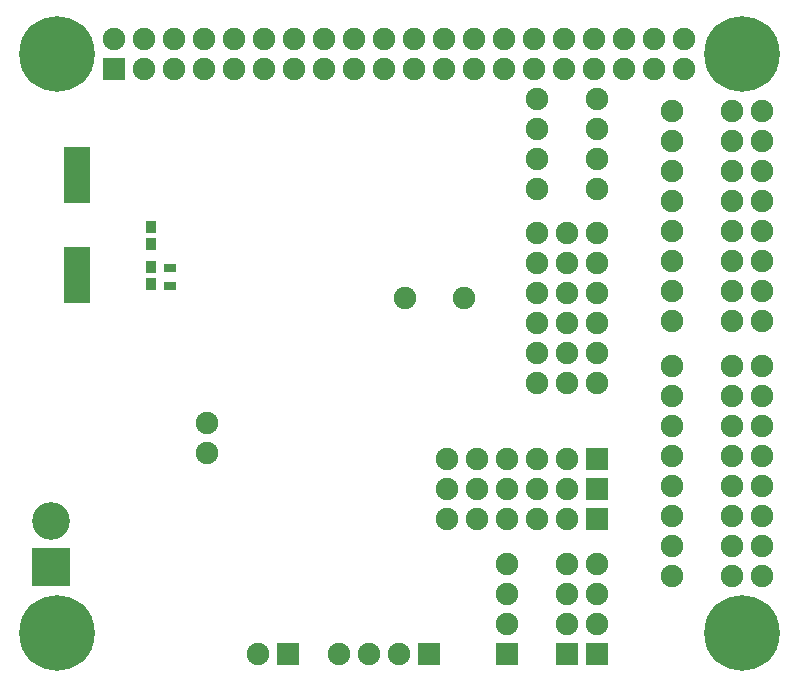
<source format=gbs>
%TF.GenerationSoftware,KiCad,Pcbnew,no-vcs-found-9b4eddb~60~ubuntu16.04.1*%
%TF.CreationDate,2017-10-29T19:10:16+01:00*%
%TF.ProjectId,Hedgehog,4865646765686F672E6B696361645F70,1.0*%
%TF.SameCoordinates,PX7270e00PY47868c0*%
%TF.FileFunction,Soldermask,Bot*%
%TF.FilePolarity,Negative*%
%FSLAX46Y46*%
G04 Gerber Fmt 4.6, Leading zero omitted, Abs format (unit mm)*
G04 Created by KiCad (PCBNEW no-vcs-found-9b4eddb~60~ubuntu16.04.1) date Sun Oct 29 19:10:16 2017*
%MOMM*%
%LPD*%
G01*
G04 APERTURE LIST*
%ADD10O,1.900000X1.900000*%
%ADD11R,1.900000X1.900000*%
%ADD12C,2.950000*%
%ADD13C,6.400000*%
%ADD14R,2.200000X4.700000*%
%ADD15R,3.200000X3.200000*%
%ADD16C,3.200000*%
%ADD17C,1.900000*%
%ADD18R,0.950000X1.000000*%
%ADD19R,1.100000X0.700000*%
G04 APERTURE END LIST*
D10*
%TO.C,JP1*%
X16200000Y-37290000D03*
X16200000Y-34750000D03*
%TD*%
%TO.C,J52*%
X44170000Y-18680000D03*
X44170000Y-21220000D03*
X44170000Y-23760000D03*
X44170000Y-26300000D03*
X44170000Y-28840000D03*
X44170000Y-31380000D03*
%TD*%
%TO.C,J2*%
X20550000Y-54250000D03*
D11*
X23090000Y-54250000D03*
%TD*%
%TO.C,J42*%
X49250000Y-54250000D03*
D10*
X49250000Y-51710000D03*
X49250000Y-49170000D03*
X49250000Y-46630000D03*
%TD*%
%TO.C,J43*%
X27380000Y-54250000D03*
X29920000Y-54250000D03*
X32460000Y-54250000D03*
D11*
X35000000Y-54250000D03*
%TD*%
%TO.C,J44*%
X46710000Y-54250000D03*
D10*
X46710000Y-51710000D03*
X46710000Y-49170000D03*
X46710000Y-46630000D03*
%TD*%
%TO.C,J41*%
X41630000Y-46630000D03*
X41630000Y-49170000D03*
X41630000Y-51710000D03*
D11*
X41630000Y-54250000D03*
%TD*%
D10*
%TO.C,J54*%
X44170000Y-14900000D03*
X44170000Y-12360000D03*
X44170000Y-9820000D03*
X44170000Y-7280000D03*
%TD*%
%TO.C,J55*%
X49250000Y-7280000D03*
X49250000Y-9820000D03*
X49250000Y-12360000D03*
X49250000Y-14900000D03*
%TD*%
%TO.C,J45*%
X36550000Y-37760000D03*
X39090000Y-37760000D03*
X41630000Y-37760000D03*
X44170000Y-37760000D03*
X46710000Y-37760000D03*
D11*
X49250000Y-37760000D03*
%TD*%
%TO.C,J46*%
X49250000Y-40300000D03*
D10*
X46710000Y-40300000D03*
X44170000Y-40300000D03*
X41630000Y-40300000D03*
X39090000Y-40300000D03*
X36550000Y-40300000D03*
%TD*%
%TO.C,J47*%
X36550000Y-42840000D03*
X39090000Y-42840000D03*
X41630000Y-42840000D03*
X44170000Y-42840000D03*
X46710000Y-42840000D03*
D11*
X49250000Y-42840000D03*
%TD*%
D10*
%TO.C,J48*%
X55620000Y-26100000D03*
X55620000Y-23560000D03*
X55620000Y-21020000D03*
X55620000Y-18480000D03*
X55620000Y-15940000D03*
X55620000Y-13400000D03*
X55620000Y-10860000D03*
X55620000Y-8320000D03*
%TD*%
%TO.C,J49*%
X55620000Y-29890000D03*
X55620000Y-32430000D03*
X55620000Y-34970000D03*
X55620000Y-37510000D03*
X55620000Y-40050000D03*
X55620000Y-42590000D03*
X55620000Y-45130000D03*
X55620000Y-47670000D03*
%TD*%
%TO.C,J53*%
X49250000Y-31380000D03*
X46710000Y-31380000D03*
X49250000Y-28840000D03*
X46710000Y-28840000D03*
X49250000Y-26300000D03*
X46710000Y-26300000D03*
X49250000Y-23760000D03*
X46710000Y-23760000D03*
X49250000Y-21220000D03*
X46710000Y-21220000D03*
X49250000Y-18680000D03*
X46710000Y-18680000D03*
%TD*%
%TO.C,J50*%
X63240000Y-8320000D03*
X60700000Y-8320000D03*
X63240000Y-10860000D03*
X60700000Y-10860000D03*
X63240000Y-13400000D03*
X60700000Y-13400000D03*
X63240000Y-15940000D03*
X60700000Y-15940000D03*
X63240000Y-18480000D03*
X60700000Y-18480000D03*
X63240000Y-21020000D03*
X60700000Y-21020000D03*
X63240000Y-23560000D03*
X60700000Y-23560000D03*
X63240000Y-26100000D03*
X60700000Y-26100000D03*
%TD*%
%TO.C,J51*%
X63240000Y-29890000D03*
X60700000Y-29890000D03*
X63240000Y-32430000D03*
X60700000Y-32430000D03*
X63240000Y-34970000D03*
X60700000Y-34970000D03*
X63240000Y-37510000D03*
X60700000Y-37510000D03*
X63240000Y-40050000D03*
X60700000Y-40050000D03*
X63240000Y-42590000D03*
X60700000Y-42590000D03*
X63240000Y-45130000D03*
X60700000Y-45130000D03*
X63240000Y-47670000D03*
X60700000Y-47670000D03*
%TD*%
D12*
%TO.C,MH1*%
X3500000Y-52500000D03*
D13*
X3500000Y-52500000D03*
%TD*%
D12*
%TO.C,MH1*%
X61500000Y-52500000D03*
D13*
X61500000Y-52500000D03*
%TD*%
D12*
%TO.C,MH1*%
X61500000Y-3500000D03*
D13*
X61500000Y-3500000D03*
%TD*%
D12*
%TO.C,MH1*%
X3500000Y-3500000D03*
D13*
X3500000Y-3500000D03*
%TD*%
D14*
%TO.C,Y40*%
X5200000Y-13700000D03*
X5200000Y-22200000D03*
%TD*%
D10*
%TO.C,J40*%
X56630000Y-2230000D03*
X56630000Y-4770000D03*
X54090000Y-2230000D03*
X54090000Y-4770000D03*
X51550000Y-2230000D03*
X51550000Y-4770000D03*
X49010000Y-2230000D03*
X49010000Y-4770000D03*
X46470000Y-2230000D03*
X46470000Y-4770000D03*
X43930000Y-2230000D03*
X43930000Y-4770000D03*
X41390000Y-2230000D03*
X41390000Y-4770000D03*
X38850000Y-2230000D03*
X38850000Y-4770000D03*
X36310000Y-2230000D03*
X36310000Y-4770000D03*
X33770000Y-2230000D03*
X33770000Y-4770000D03*
X31230000Y-2230000D03*
X31230000Y-4770000D03*
X28690000Y-2230000D03*
X28690000Y-4770000D03*
X26150000Y-2230000D03*
X26150000Y-4770000D03*
X23610000Y-2230000D03*
X23610000Y-4770000D03*
X21070000Y-2230000D03*
X21070000Y-4770000D03*
X18530000Y-2230000D03*
X18530000Y-4770000D03*
X15990000Y-2230000D03*
X15990000Y-4770000D03*
X13450000Y-2230000D03*
X13450000Y-4770000D03*
X10910000Y-2230000D03*
X10910000Y-4770000D03*
X8370000Y-2230000D03*
D11*
X8370000Y-4770000D03*
%TD*%
D15*
%TO.C,J1*%
X3000000Y-46950000D03*
D16*
X3000000Y-42990000D03*
%TD*%
D17*
%TO.C,U46*%
X32950000Y-24150000D03*
X37950000Y-24150000D03*
%TD*%
D18*
%TO.C,C46*%
X11450000Y-19600000D03*
X11450000Y-18100000D03*
%TD*%
%TO.C,C45*%
X11450000Y-23000000D03*
X11450000Y-21500000D03*
%TD*%
D19*
%TO.C,R42*%
X13100000Y-23150000D03*
X13100000Y-21650000D03*
%TD*%
M02*

</source>
